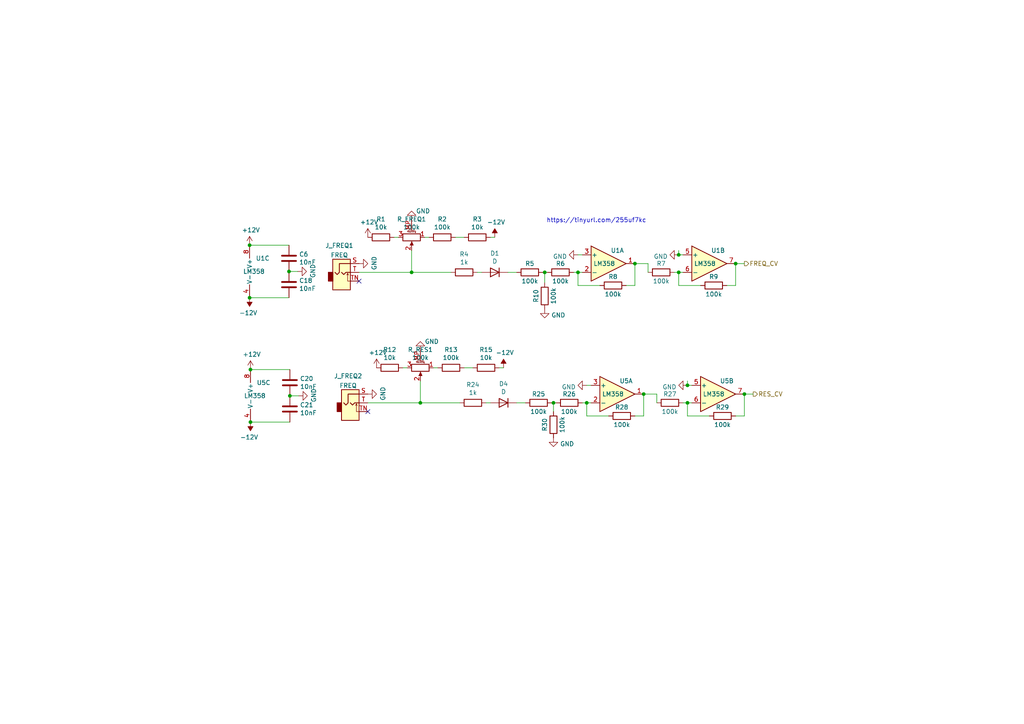
<source format=kicad_sch>
(kicad_sch (version 20211123) (generator eeschema)
  (paper "A4")
  (lib_symbols
    (symbol "Amplifier_Operational:LM358" (pin_names (offset 0.127))
      (property "Reference" "U" (at 0 5.08 0))
      (property "Value" "LM358" (at 0 -5.08 0))
      (symbol "LM358_1_1"
        (polyline (pts (xy -5.08 5.08) (xy 5.08 0) (xy -5.08 -5.08) (xy -5.08 5.08)) (stroke (width 0.254)) (fill (type background)))
        (pin output line (at 7.62 0 180) (length 2.54) (name "~") (number "1"))
        (pin input line (at -7.62 -2.54 0) (length 2.54) (name "-") (number "2"))
        (pin input line (at -7.62 2.54 0) (length 2.54) (name "+") (number "3"))
      )
      (symbol "LM358_2_1"
        (polyline (pts (xy -5.08 5.08) (xy 5.08 0) (xy -5.08 -5.08) (xy -5.08 5.08)) (stroke (width 0.254)) (fill (type background)))
        (pin input line (at -7.62 2.54 0) (length 2.54) (name "+") (number "5"))
        (pin input line (at -7.62 -2.54 0) (length 2.54) (name "-") (number "6"))
        (pin output line (at 7.62 0 180) (length 2.54) (name "~") (number "7"))
      )
      (symbol "LM358_3_1"
        (pin power_in line (at -2.54 -7.62 90) (length 3.81) (name "V-") (number "4"))
        (pin power_in line (at -2.54 7.62 270) (length 3.81) (name "V+") (number "8"))
      )
    )
    (symbol "Connector:AudioJack2_SwitchT"
      (property "Reference" "J" (at 0 8.89 0))
      (property "Value" "AudioJack2_SwitchT" (at 0 6.35 0))
      (symbol "AudioJack2_SwitchT_0_1"
        (rectangle (start -2.54 0) (end -3.81 -2.54) (stroke (width 0.254)) (fill (type outline)))
        (polyline (pts (xy 1.778 -0.254) (xy 2.032 -0.762)))
        (polyline (pts (xy 0 0) (xy 0.635 -0.635) (xy 1.27 0) (xy 2.54 0)) (stroke (width 0.254)))
        (polyline (pts (xy 2.54 -2.54) (xy 1.778 -2.54) (xy 1.778 -0.254) (xy 1.524 -0.762)))
        (polyline (pts (xy 2.54 2.54) (xy -0.635 2.54) (xy -0.635 0) (xy -1.27 -0.635) (xy -1.905 0)) (stroke (width 0.254)))
        (rectangle (start 2.54 3.81) (end -2.54 -5.08) (stroke (width 0.254)) (fill (type background)))
      )
      (symbol "AudioJack2_SwitchT_1_1"
        (pin passive line (at 5.08 2.54 180) (length 2.54) (name "~") (number "S"))
        (pin passive line (at 5.08 0 180) (length 2.54) (name "~") (number "T"))
        (pin passive line (at 5.08 -2.54 180) (length 2.54) (name "~") (number "TN"))
      )
    )
    (symbol "Device:C" (pin_numbers hide) (pin_names (offset 0.254))
      (property "Reference" "C" (at 0.635 2.54 0))
      (property "Value" "C" (at 0.635 -2.54 0))
      (symbol "C_0_1"
        (polyline (pts (xy -2.032 -0.762) (xy 2.032 -0.762)) (stroke (width 0.508)))
        (polyline (pts (xy -2.032 0.762) (xy 2.032 0.762)) (stroke (width 0.508)))
      )
      (symbol "C_1_1"
        (pin passive line (at 0 3.81 270) (length 2.794) (name "~") (number "1"))
        (pin passive line (at 0 -3.81 90) (length 2.794) (name "~") (number "2"))
      )
    )
    (symbol "Device:D" (pin_numbers hide) (pin_names (offset 1.016) hide)
      (property "Reference" "D" (at 0 2.54 0))
      (property "Value" "D" (at 0 -2.54 0))
      (symbol "D_0_1"
        (polyline (pts (xy -1.27 1.27) (xy -1.27 -1.27)) (stroke (width 0.254)))
        (polyline (pts (xy 1.27 0) (xy -1.27 0)))
        (polyline (pts (xy 1.27 1.27) (xy 1.27 -1.27) (xy -1.27 0) (xy 1.27 1.27)) (stroke (width 0.254)))
      )
      (symbol "D_1_1"
        (pin passive line (at -3.81 0 0) (length 2.54) (name "K") (number "1"))
        (pin passive line (at 3.81 0 180) (length 2.54) (name "A") (number "2"))
      )
    )
    (symbol "Device:R" (pin_numbers hide) (pin_names (offset 0))
      (property "Reference" "R" (at 2.032 0 90))
      (property "Value" "R" (at 0 0 90))
      (symbol "R_0_1"
        (rectangle (start -1.016 -2.54) (end 1.016 2.54) (stroke (width 0.254)))
      )
      (symbol "R_1_1"
        (pin passive line (at 0 3.81 270) (length 1.27) (name "~") (number "1"))
        (pin passive line (at 0 -3.81 90) (length 1.27) (name "~") (number "2"))
      )
    )
    (symbol "Device:R_Potentiometer_MountingPin" (pin_names (offset 1.016) hide)
      (property "Reference" "RV" (at -8.255 0 90))
      (property "Value" "R_Potentiometer_MountingPin" (at -6.35 0 90))
      (symbol "R_Potentiometer_MountingPin_0_1"
        (polyline (pts (xy 2.54 0) (xy 1.524 0)))
        (polyline (pts (xy 1.143 0) (xy 2.286 0.508) (xy 2.286 -0.508)) (fill (type outline)))
        (rectangle (start 1.016 2.54) (end -1.016 -2.54) (stroke (width 0.254)))
      )
      (symbol "R_Potentiometer_MountingPin_1_1"
        (polyline (pts (xy -2.032 1.016) (xy -2.032 -1.016)) (stroke (width 0.1524)))
        (text "Mounting" (at -1.651 0 900) (effects (font (size 0.381 0.381))))
        (pin passive line (at 0 3.81 270) (length 1.27) (name "1") (number "1"))
        (pin passive line (at 3.81 0 180) (length 1.27) (name "2") (number "2"))
        (pin passive line (at 0 -3.81 90) (length 1.27) (name "3") (number "3"))
        (pin passive line (at -5.08 0 0) (length 3.048) (name "MountPin") (number "MP"))
      )
    )
    (symbol "power:+12V" (power) (pin_names (offset 0))
      (property "Value" "+12V" (at 0 3.556 0))
      (symbol "+12V_0_1"
        (polyline (pts (xy -0.762 1.27) (xy 0 2.54)))
        (polyline (pts (xy 0 0) (xy 0 2.54)))
        (polyline (pts (xy 0 2.54) (xy 0.762 1.27)))
      )
      (symbol "+12V_1_1"
        (pin power_in line (at 0 0 90) (length 0) hide (name "+12V") (number "1"))
      )
    )
    (symbol "power:-12V" (power) (pin_names (offset 0))
      (property "Value" "-12V" (at 0 3.81 0))
      (symbol "-12V_0_0"
        (pin power_in line (at 0 0 90) (length 0) hide (name "-12V") (number "1"))
      )
      (symbol "-12V_0_1"
        (polyline (pts (xy 0 0) (xy 0 1.27) (xy 0.762 1.27) (xy 0 2.54) (xy -0.762 1.27) (xy 0 1.27)) (fill (type outline)))
      )
    )
    (symbol "power:GND" (power) (pin_names (offset 0))
      (property "Value" "GND" (at 0 -3.81 0))
      (symbol "GND_0_1"
        (polyline (pts (xy 0 0) (xy 0 -1.27) (xy 1.27 -1.27) (xy 0 -2.54) (xy -1.27 -1.27) (xy 0 -1.27)))
      )
      (symbol "GND_1_1"
        (pin power_in line (at 0 0 270) (length 0) hide (name "GND") (number "1"))
      )
    )
  )
  (junction (at 196.85 73.914))
  (junction (at 157.988 78.994))
  (junction (at 119.38 78.994))
  (junction (at 213.36 76.454))
  (junction (at 186.69 114.3))
  (junction (at 72.644 107.188))
  (junction (at 170.18 116.84))
  (junction (at 199.39 116.84))
  (junction (at 84.074 114.808))
  (junction (at 121.92 116.84))
  (junction (at 72.39 71.12))
  (junction (at 167.64 78.994))
  (junction (at 215.9 114.3))
  (junction (at 72.39 86.36))
  (junction (at 83.82 78.74))
  (junction (at 184.15 76.454))
  (junction (at 72.644 122.428))
  (junction (at 160.528 116.84))
  (junction (at 196.85 78.994))
  (junction (at 199.39 111.76))
  (no_connect (at 106.68 119.38))
  (no_connect (at 104.14 81.534))
  (wire (pts (xy 72.39 86.36) (xy 83.82 86.36)))
  (wire (pts (xy 196.85 73.914) (xy 198.12 73.914)))
  (wire (pts (xy 184.15 82.804) (xy 181.61 82.804)))
  (wire (pts (xy 84.074 114.808) (xy 86.614 114.808)))
  (wire (pts (xy 195.58 78.994) (xy 196.85 78.994)))
  (wire (pts (xy 149.86 116.84) (xy 152.4 116.84)))
  (wire (pts (xy 199.39 111.76) (xy 200.66 111.76)))
  (wire (pts (xy 198.12 116.84) (xy 199.39 116.84)))
  (wire (pts (xy 170.18 120.65) (xy 170.18 116.84)))
  (wire (pts (xy 134.62 106.68) (xy 137.16 106.68)))
  (wire (pts (xy 121.92 116.84) (xy 133.35 116.84)))
  (wire (pts (xy 147.32 78.994) (xy 149.86 78.994)))
  (wire (pts (xy 215.9 114.3) (xy 218.44 114.3)))
  (wire (pts (xy 157.988 82.042) (xy 157.988 78.994)))
  (wire (pts (xy 119.38 78.994) (xy 130.81 78.994)))
  (wire (pts (xy 119.38 72.644) (xy 119.38 78.994)))
  (wire (pts (xy 173.99 82.804) (xy 167.64 82.804)))
  (wire (pts (xy 157.988 78.994) (xy 158.75 78.994)))
  (wire (pts (xy 72.39 71.12) (xy 83.82 71.12)))
  (wire (pts (xy 72.644 107.188) (xy 84.074 107.188)))
  (wire (pts (xy 170.18 111.76) (xy 171.45 111.76)))
  (wire (pts (xy 123.19 68.834) (xy 124.46 68.834)))
  (wire (pts (xy 132.08 68.834) (xy 134.62 68.834)))
  (wire (pts (xy 196.85 78.994) (xy 198.12 78.994)))
  (wire (pts (xy 215.9 114.3) (xy 215.9 120.65)))
  (wire (pts (xy 140.97 116.84) (xy 142.24 116.84)))
  (wire (pts (xy 186.69 114.3) (xy 190.5 114.3)))
  (wire (pts (xy 186.69 120.65) (xy 184.15 120.65)))
  (wire (pts (xy 190.5 114.3) (xy 190.5 116.84)))
  (wire (pts (xy 186.69 114.3) (xy 186.69 120.65)))
  (wire (pts (xy 184.15 76.454) (xy 184.15 82.804)))
  (wire (pts (xy 199.39 110.49) (xy 199.39 111.76)))
  (wire (pts (xy 168.91 116.84) (xy 170.18 116.84)))
  (wire (pts (xy 83.82 78.74) (xy 86.36 78.74)))
  (wire (pts (xy 213.36 76.454) (xy 213.36 82.804)))
  (wire (pts (xy 104.14 78.994) (xy 119.38 78.994)))
  (wire (pts (xy 196.85 82.804) (xy 196.85 78.994)))
  (wire (pts (xy 213.36 82.804) (xy 210.82 82.804)))
  (wire (pts (xy 203.2 82.804) (xy 196.85 82.804)))
  (wire (pts (xy 196.85 72.644) (xy 196.85 73.914)))
  (wire (pts (xy 138.43 78.994) (xy 139.7 78.994)))
  (wire (pts (xy 205.74 120.65) (xy 199.39 120.65)))
  (wire (pts (xy 72.644 122.428) (xy 84.074 122.428)))
  (wire (pts (xy 215.9 120.65) (xy 213.36 120.65)))
  (wire (pts (xy 114.3 68.834) (xy 115.57 68.834)))
  (wire (pts (xy 184.15 76.454) (xy 187.96 76.454)))
  (wire (pts (xy 167.64 78.994) (xy 168.91 78.994)))
  (wire (pts (xy 146.05 106.68) (xy 144.78 106.68)))
  (wire (pts (xy 125.73 106.68) (xy 127 106.68)))
  (wire (pts (xy 116.84 106.68) (xy 118.11 106.68)))
  (wire (pts (xy 199.39 120.65) (xy 199.39 116.84)))
  (wire (pts (xy 157.48 78.994) (xy 157.988 78.994)))
  (wire (pts (xy 167.64 82.804) (xy 167.64 78.994)))
  (wire (pts (xy 121.92 110.49) (xy 121.92 116.84)))
  (wire (pts (xy 106.68 116.84) (xy 121.92 116.84)))
  (wire (pts (xy 170.18 116.84) (xy 171.45 116.84)))
  (wire (pts (xy 160.528 116.84) (xy 161.29 116.84)))
  (wire (pts (xy 160.02 116.84) (xy 160.528 116.84)))
  (wire (pts (xy 166.37 78.994) (xy 167.64 78.994)))
  (wire (pts (xy 167.64 73.914) (xy 168.91 73.914)))
  (wire (pts (xy 176.53 120.65) (xy 170.18 120.65)))
  (wire (pts (xy 187.96 76.454) (xy 187.96 78.994)))
  (wire (pts (xy 213.36 76.454) (xy 215.9 76.454)))
  (wire (pts (xy 143.51 68.834) (xy 142.24 68.834)))
  (wire (pts (xy 199.39 116.84) (xy 200.66 116.84)))
  (wire (pts (xy 160.528 119.38) (xy 160.528 116.84)))
  (text "https://tinyurl.com/255uf7kc" (at 158.496 64.77 0) (effects (font (size 1.27 1.27)) (justify left bottom)))
  (hierarchical_label "RES_CV" (shape output) (at 218.44 114.3 0))
  (hierarchical_label "FREQ_CV" (shape output) (at 215.9 76.454 0))
  (symbol (lib_id "Device:R") (at 180.34 120.65 270) (unit 1)
    (property "Reference" "R28" (at 180.34 118.11 90))
    (property "Value" "100k" (at 180.34 123.19 90))
    (property "Footprint" "Resistor_SMD:R_1206_3216Metric_Pad1.30x1.75mm_HandSolder" (effects hide))
  )
  (symbol (lib_id "power:GND") (at 104.14 76.454 90) (unit 1)
    (property "Reference" "#PWR025" (effects hide))
    (property "Value" "GND" (at 108.5342 76.327 0))
  )
  (symbol (lib_id "power:GND") (at 170.18 111.76 270) (unit 1)
    (property "Reference" "#PWR033" (effects hide))
    (property "Value" "GND" (at 167.0051 112.239 90) (effects (justify right)))
  )
  (symbol (lib_id "power:+12V") (at 72.644 107.188 0) (unit 1)
    (property "Reference" "#PWR032" (effects hide))
    (property "Value" "+12V" (at 73.025 102.7938 0))
  )
  (symbol (lib_id "Device:C") (at 84.074 118.618 180) (unit 1)
    (property "Reference" "C21" (at 86.995 117.4496 0) (effects (justify right)))
    (property "Value" "10nF" (at 86.995 119.761 0) (effects (justify right)))
    (property "Footprint" "Capacitor_SMD:C_1206_3216Metric_Pad1.33x1.80mm_HandSolder" (effects hide))
  )
  (symbol (lib_id "Device:R_Potentiometer_MountingPin") (at 119.38 68.834 270) (unit 1)
    (property "Reference" "R_FREQ1" (at 119.38 63.5762 90))
    (property "Value" "100k" (at 119.38 65.8876 90))
    (property "Footprint" "My Stuff:Potentiometer_Alpha_RD901F-40-00D_Single_Vertical_w_3d" (effects hide))
  )
  (symbol (lib_id "Device:R") (at 191.77 78.994 270) (unit 1)
    (property "Reference" "R7" (at 191.77 76.454 90))
    (property "Value" "100k" (at 191.77 81.534 90))
    (property "Footprint" "Resistor_SMD:R_1206_3216Metric_Pad1.30x1.75mm_HandSolder" (effects hide))
  )
  (symbol (lib_id "power:GND") (at 119.38 63.754 180) (unit 1)
    (property "Reference" "#PWR019" (effects hide))
    (property "Value" "GND" (at 120.65 61.214 0) (effects (justify right)))
  )
  (symbol (lib_id "Connector:AudioJack2_SwitchT") (at 99.06 78.994 0) (unit 1)
    (property "Reference" "J_FREQ1" (at 98.425 71.2175 0))
    (property "Value" "FREQ" (at 98.425 73.9926 0))
    (property "Footprint" "My Stuff:Jack_3.5mm_MJ-355W_and_PJ398SM_Vertical" (effects hide))
  )
  (symbol (lib_id "Device:R") (at 130.81 106.68 90) (unit 1)
    (property "Reference" "R13" (at 130.81 101.4222 90))
    (property "Value" "100k" (at 130.81 103.7336 90))
    (property "Footprint" "Resistor_SMD:R_1206_3216Metric_Pad1.30x1.75mm_HandSolder" (effects hide))
  )
  (symbol (lib_id "power:+12V") (at 72.39 71.12 0) (unit 1)
    (property "Reference" "#PWR022" (effects hide))
    (property "Value" "+12V" (at 72.771 66.7258 0))
  )
  (symbol (lib_id "Device:C") (at 84.074 110.998 180) (unit 1)
    (property "Reference" "C20" (at 86.995 109.8296 0) (effects (justify right)))
    (property "Value" "10nF" (at 86.995 112.141 0) (effects (justify right)))
    (property "Footprint" "Capacitor_SMD:C_1206_3216Metric_Pad1.33x1.80mm_HandSolder" (effects hide))
  )
  (symbol (lib_id "Device:R") (at 140.97 106.68 90) (unit 1)
    (property "Reference" "R15" (at 140.97 101.4222 90))
    (property "Value" "10k" (at 140.97 103.7336 90))
    (property "Footprint" "Resistor_SMD:R_1206_3216Metric_Pad1.30x1.75mm_HandSolder" (effects hide))
  )
  (symbol (lib_id "Amplifier_Operational:LM358") (at 75.184 114.808 0) (unit 3)
    (property "Reference" "U5" (at 76.454 110.998 0))
    (property "Value" "LM358" (at 73.914 114.808 0))
    (property "Footprint" "Package_DIP:DIP-8_W7.62mm_Socket_LongPads" (effects hide))
    (property "Datasheet" "http://www.ti.com/lit/ds/symlink/lm2904-n.pdf" (effects hide))
  )
  (symbol (lib_id "power:GND") (at 121.92 101.6 180) (unit 1)
    (property "Reference" "#PWR029" (effects hide))
    (property "Value" "GND" (at 123.19 99.06 0) (effects (justify right)))
  )
  (symbol (lib_id "Device:D") (at 146.05 116.84 180) (unit 1)
    (property "Reference" "D4" (at 146.05 111.3282 0))
    (property "Value" "D" (at 146.05 113.6396 0))
    (property "Footprint" "Diode_THT:D_A-405_P7.62mm_Horizontal" (effects hide))
  )
  (symbol (lib_id "Device:R") (at 209.55 120.65 270) (unit 1)
    (property "Reference" "R29" (at 209.55 118.11 90))
    (property "Value" "100k" (at 209.55 123.19 90))
    (property "Footprint" "Resistor_SMD:R_1206_3216Metric_Pad1.30x1.75mm_HandSolder" (effects hide))
  )
  (symbol (lib_id "Device:R") (at 128.27 68.834 90) (unit 1)
    (property "Reference" "R2" (at 128.27 63.5762 90))
    (property "Value" "100k" (at 128.27 65.8876 90))
    (property "Footprint" "Resistor_SMD:R_1206_3216Metric_Pad1.30x1.75mm_HandSolder" (effects hide))
  )
  (symbol (lib_id "Amplifier_Operational:LM358") (at 205.74 76.454 0) (unit 2)
    (property "Reference" "U1" (at 208.28 72.644 0))
    (property "Value" "LM358" (at 204.47 76.454 0))
    (property "Footprint" "Package_DIP:DIP-8_W7.62mm_Socket_LongPads" (effects hide))
    (property "Datasheet" "http://www.ti.com/lit/ds/symlink/lm2904-n.pdf" (effects hide))
  )
  (symbol (lib_id "power:-12V") (at 146.05 106.68 0) (unit 1)
    (property "Reference" "#PWR031" (effects hide))
    (property "Value" "-12V" (at 146.431 102.2858 0))
  )
  (symbol (lib_id "power:-12V") (at 72.39 86.36 180) (unit 1)
    (property "Reference" "#PWR027" (effects hide))
    (property "Value" "-12V" (at 72.009 90.7542 0))
  )
  (symbol (lib_id "Device:D") (at 143.51 78.994 180) (unit 1)
    (property "Reference" "D1" (at 143.51 73.4822 0))
    (property "Value" "D" (at 143.51 75.7936 0))
    (property "Footprint" "Diode_THT:D_A-405_P7.62mm_Horizontal" (effects hide))
  )
  (symbol (lib_id "Amplifier_Operational:LM358") (at 176.53 76.454 0) (unit 1)
    (property "Reference" "U1" (at 179.07 72.644 0))
    (property "Value" "LM358" (at 175.26 76.454 0))
    (property "Footprint" "Package_DIP:DIP-8_W7.62mm_Socket_LongPads" (effects hide))
    (property "Datasheet" "http://www.ti.com/lit/ds/symlink/lm2904-n.pdf" (effects hide))
  )
  (symbol (lib_id "Device:R") (at 165.1 116.84 270) (unit 1)
    (property "Reference" "R26" (at 165.1 114.3 90))
    (property "Value" "100k" (at 165.1 119.38 90))
    (property "Footprint" "Resistor_SMD:R_1206_3216Metric_Pad1.30x1.75mm_HandSolder" (effects hide))
  )
  (symbol (lib_id "Device:R") (at 110.49 68.834 90) (unit 1)
    (property "Reference" "R1" (at 110.49 63.5762 90))
    (property "Value" "10k" (at 110.49 65.8876 90))
    (property "Footprint" "Resistor_SMD:R_1206_3216Metric_Pad1.30x1.75mm_HandSolder" (effects hide))
  )
  (symbol (lib_id "Device:R") (at 138.43 68.834 90) (unit 1)
    (property "Reference" "R3" (at 138.43 63.5762 90))
    (property "Value" "10k" (at 138.43 65.8876 90))
    (property "Footprint" "Resistor_SMD:R_1206_3216Metric_Pad1.30x1.75mm_HandSolder" (effects hide))
  )
  (symbol (lib_id "Device:R") (at 160.528 123.19 0) (unit 1)
    (property "Reference" "R30" (at 157.988 123.19 90))
    (property "Value" "100k" (at 163.068 123.19 90))
    (property "Footprint" "Resistor_SMD:R_1206_3216Metric_Pad1.30x1.75mm_HandSolder" (effects hide))
  )
  (symbol (lib_id "power:GND") (at 86.36 78.74 90) (unit 1)
    (property "Reference" "#PWR026" (effects hide))
    (property "Value" "GND" (at 90.7542 78.613 0))
  )
  (symbol (lib_id "Device:R") (at 137.16 116.84 90) (unit 1)
    (property "Reference" "R24" (at 137.16 111.5822 90))
    (property "Value" "1k" (at 137.16 113.8936 90))
    (property "Footprint" "Resistor_SMD:R_1206_3216Metric_Pad1.30x1.75mm_HandSolder" (effects hide))
  )
  (symbol (lib_id "power:GND") (at 160.528 127 0) (unit 1)
    (property "Reference" "#PWR038" (effects hide))
    (property "Value" "GND" (at 162.433 128.749 0) (effects (justify left)))
  )
  (symbol (lib_id "Device:R") (at 177.8 82.804 270) (unit 1)
    (property "Reference" "R8" (at 177.8 80.264 90))
    (property "Value" "100k" (at 177.8 85.344 90))
    (property "Footprint" "Resistor_SMD:R_1206_3216Metric_Pad1.30x1.75mm_HandSolder" (effects hide))
  )
  (symbol (lib_id "power:-12V") (at 143.51 68.834 0) (unit 1)
    (property "Reference" "#PWR021" (effects hide))
    (property "Value" "-12V" (at 143.891 64.4398 0))
  )
  (symbol (lib_id "Device:R") (at 113.03 106.68 90) (unit 1)
    (property "Reference" "R12" (at 113.03 101.4222 90))
    (property "Value" "10k" (at 113.03 103.7336 90))
    (property "Footprint" "Resistor_SMD:R_1206_3216Metric_Pad1.30x1.75mm_HandSolder" (effects hide))
  )
  (symbol (lib_id "power:GND") (at 157.988 89.662 0) (unit 1)
    (property "Reference" "#PWR028" (effects hide))
    (property "Value" "GND" (at 159.893 91.411 0) (effects (justify left)))
  )
  (symbol (lib_id "Amplifier_Operational:LM358") (at 179.07 114.3 0) (unit 1)
    (property "Reference" "U5" (at 181.61 110.49 0))
    (property "Value" "LM358" (at 177.8 114.3 0))
    (property "Footprint" "Package_DIP:DIP-8_W7.62mm_Socket_LongPads" (effects hide))
    (property "Datasheet" "http://www.ti.com/lit/ds/symlink/lm2904-n.pdf" (effects hide))
  )
  (symbol (lib_id "Device:C") (at 83.82 74.93 180) (unit 1)
    (property "Reference" "C6" (at 86.741 73.7616 0) (effects (justify right)))
    (property "Value" "10nF" (at 86.741 76.073 0) (effects (justify right)))
    (property "Footprint" "Capacitor_SMD:C_1206_3216Metric_Pad1.33x1.80mm_HandSolder" (effects hide))
  )
  (symbol (lib_id "power:+12V") (at 106.68 68.834 0) (unit 1)
    (property "Reference" "#PWR020" (effects hide))
    (property "Value" "+12V" (at 107.061 64.4398 0))
  )
  (symbol (lib_id "Amplifier_Operational:LM358") (at 208.28 114.3 0) (unit 2)
    (property "Reference" "U5" (at 210.82 110.49 0))
    (property "Value" "LM358" (at 207.01 114.3 0))
    (property "Footprint" "Package_DIP:DIP-8_W7.62mm_Socket_LongPads" (effects hide))
    (property "Datasheet" "http://www.ti.com/lit/ds/symlink/lm2904-n.pdf" (effects hide))
  )
  (symbol (lib_id "Device:R") (at 156.21 116.84 270) (unit 1)
    (property "Reference" "R25" (at 156.21 114.3 90))
    (property "Value" "100k" (at 156.21 119.38 90))
    (property "Footprint" "Resistor_SMD:R_1206_3216Metric_Pad1.30x1.75mm_HandSolder" (effects hide))
  )
  (symbol (lib_id "Device:R") (at 134.62 78.994 90) (unit 1)
    (property "Reference" "R4" (at 134.62 73.7362 90))
    (property "Value" "1k" (at 134.62 76.0476 90))
    (property "Footprint" "Resistor_SMD:R_1206_3216Metric_Pad1.30x1.75mm_HandSolder" (effects hide))
  )
  (symbol (lib_id "Device:R") (at 157.988 85.852 0) (unit 1)
    (property "Reference" "R10" (at 155.448 85.852 90))
    (property "Value" "100k" (at 160.528 85.852 90))
    (property "Footprint" "Resistor_SMD:R_1206_3216Metric_Pad1.30x1.75mm_HandSolder" (effects hide))
  )
  (symbol (lib_id "power:GND") (at 86.614 114.808 90) (unit 1)
    (property "Reference" "#PWR036" (effects hide))
    (property "Value" "GND" (at 91.0082 114.681 0))
  )
  (symbol (lib_id "Device:R") (at 207.01 82.804 270) (unit 1)
    (property "Reference" "R9" (at 207.01 80.264 90))
    (property "Value" "100k" (at 207.01 85.344 90))
    (property "Footprint" "Resistor_SMD:R_1206_3216Metric_Pad1.30x1.75mm_HandSolder" (effects hide))
  )
  (symbol (lib_id "Device:R") (at 162.56 78.994 270) (unit 1)
    (property "Reference" "R6" (at 162.56 76.454 90))
    (property "Value" "100k" (at 162.56 81.534 90))
    (property "Footprint" "Resistor_SMD:R_1206_3216Metric_Pad1.30x1.75mm_HandSolder" (effects hide))
  )
  (symbol (lib_id "Device:R_Potentiometer_MountingPin") (at 121.92 106.68 270) (unit 1)
    (property "Reference" "R_RES1" (at 121.92 101.4222 90))
    (property "Value" "100k" (at 121.92 103.7336 90))
    (property "Footprint" "My Stuff:Potentiometer_Alpha_RD901F-40-00D_Single_Vertical_w_3d" (effects hide))
  )
  (symbol (lib_id "power:GND") (at 196.85 73.914 270) (unit 1)
    (property "Reference" "#PWR024" (effects hide))
    (property "Value" "GND" (at 193.6751 74.393 90) (effects (justify right)))
  )
  (symbol (lib_id "power:GND") (at 167.64 73.914 270) (unit 1)
    (property "Reference" "#PWR023" (effects hide))
    (property "Value" "GND" (at 164.4651 74.393 90) (effects (justify right)))
  )
  (symbol (lib_id "power:GND") (at 199.39 111.76 270) (unit 1)
    (property "Reference" "#PWR034" (effects hide))
    (property "Value" "GND" (at 196.2151 112.239 90) (effects (justify right)))
  )
  (symbol (lib_id "Amplifier_Operational:LM358") (at 74.93 78.74 0) (unit 3)
    (property "Reference" "U1" (at 76.2 74.93 0))
    (property "Value" "LM358" (at 73.66 78.74 0))
    (property "Footprint" "Package_DIP:DIP-8_W7.62mm_Socket_LongPads" (effects hide))
    (property "Datasheet" "http://www.ti.com/lit/ds/symlink/lm2904-n.pdf" (effects hide))
  )
  (symbol (lib_id "power:+12V") (at 109.22 106.68 0) (unit 1)
    (property "Reference" "#PWR030" (effects hide))
    (property "Value" "+12V" (at 109.601 102.2858 0))
  )
  (symbol (lib_id "Device:R") (at 194.31 116.84 270) (unit 1)
    (property "Reference" "R27" (at 194.31 114.3 90))
    (property "Value" "100k" (at 194.31 119.38 90))
    (property "Footprint" "Resistor_SMD:R_1206_3216Metric_Pad1.30x1.75mm_HandSolder" (effects hide))
  )
  (symbol (lib_id "power:-12V") (at 72.644 122.428 180) (unit 1)
    (property "Reference" "#PWR037" (effects hide))
    (property "Value" "-12V" (at 72.263 126.8222 0))
  )
  (symbol (lib_id "Device:C") (at 83.82 82.55 180) (unit 1)
    (property "Reference" "C18" (at 86.741 81.3816 0) (effects (justify right)))
    (property "Value" "10nF" (at 86.741 83.693 0) (effects (justify right)))
    (property "Footprint" "Capacitor_SMD:C_1206_3216Metric_Pad1.33x1.80mm_HandSolder" (effects hide))
  )
  (symbol (lib_id "power:GND") (at 106.68 114.3 90) (unit 1)
    (property "Reference" "#PWR035" (effects hide))
    (property "Value" "GND" (at 111.0742 114.173 0))
  )
  (symbol (lib_id "Device:R") (at 153.67 78.994 270) (unit 1)
    (property "Reference" "R5" (at 153.67 76.454 90))
    (property "Value" "100k" (at 153.67 81.534 90))
    (property "Footprint" "Resistor_SMD:R_1206_3216Metric_Pad1.30x1.75mm_HandSolder" (effects hide))
  )
  (symbol (lib_id "Connector:AudioJack2_SwitchT") (at 101.6 116.84 0) (unit 1)
    (property "Reference" "J_FREQ2" (at 100.965 109.0635 0))
    (property "Value" "FREQ" (at 100.965 111.8386 0))
    (property "Footprint" "My Stuff:Jack_3.5mm_MJ-355W_and_PJ398SM_Vertical" (effects hide))
  )
)
</source>
